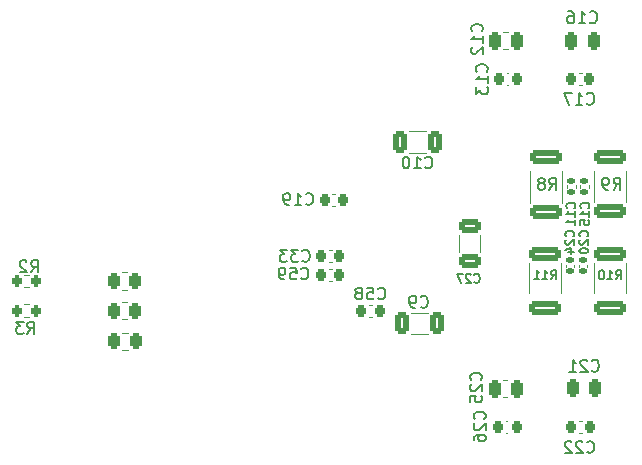
<source format=gbo>
G04 #@! TF.GenerationSoftware,KiCad,Pcbnew,(6.0.1)*
G04 #@! TF.CreationDate,2022-06-09T13:55:52-07:00*
G04 #@! TF.ProjectId,AudioAmpRev1_2,41756469-6f41-46d7-9052-6576315f322e,1.2*
G04 #@! TF.SameCoordinates,Original*
G04 #@! TF.FileFunction,Legend,Bot*
G04 #@! TF.FilePolarity,Positive*
%FSLAX46Y46*%
G04 Gerber Fmt 4.6, Leading zero omitted, Abs format (unit mm)*
G04 Created by KiCad (PCBNEW (6.0.1)) date 2022-06-09 13:55:52*
%MOMM*%
%LPD*%
G01*
G04 APERTURE LIST*
G04 Aperture macros list*
%AMRoundRect*
0 Rectangle with rounded corners*
0 $1 Rounding radius*
0 $2 $3 $4 $5 $6 $7 $8 $9 X,Y pos of 4 corners*
0 Add a 4 corners polygon primitive as box body*
4,1,4,$2,$3,$4,$5,$6,$7,$8,$9,$2,$3,0*
0 Add four circle primitives for the rounded corners*
1,1,$1+$1,$2,$3*
1,1,$1+$1,$4,$5*
1,1,$1+$1,$6,$7*
1,1,$1+$1,$8,$9*
0 Add four rect primitives between the rounded corners*
20,1,$1+$1,$2,$3,$4,$5,0*
20,1,$1+$1,$4,$5,$6,$7,0*
20,1,$1+$1,$6,$7,$8,$9,0*
20,1,$1+$1,$8,$9,$2,$3,0*%
G04 Aperture macros list end*
%ADD10C,0.150000*%
%ADD11C,0.120000*%
%ADD12R,4.550000X5.500000*%
%ADD13R,4.550000X5.300000*%
%ADD14C,1.600000*%
%ADD15R,2.000000X2.000000*%
%ADD16C,2.000000*%
%ADD17R,1.700000X1.700000*%
%ADD18O,1.700000X1.700000*%
%ADD19C,0.508000*%
%ADD20C,2.500000*%
%ADD21C,1.498600*%
%ADD22RoundRect,0.250000X0.250000X0.475000X-0.250000X0.475000X-0.250000X-0.475000X0.250000X-0.475000X0*%
%ADD23RoundRect,0.225000X0.225000X0.250000X-0.225000X0.250000X-0.225000X-0.250000X0.225000X-0.250000X0*%
%ADD24RoundRect,0.250000X-0.250000X-0.475000X0.250000X-0.475000X0.250000X0.475000X-0.250000X0.475000X0*%
%ADD25RoundRect,0.250000X1.075000X-0.362500X1.075000X0.362500X-1.075000X0.362500X-1.075000X-0.362500X0*%
%ADD26RoundRect,0.250000X0.325000X0.650000X-0.325000X0.650000X-0.325000X-0.650000X0.325000X-0.650000X0*%
%ADD27RoundRect,0.200000X0.200000X0.275000X-0.200000X0.275000X-0.200000X-0.275000X0.200000X-0.275000X0*%
%ADD28RoundRect,0.140000X0.170000X-0.140000X0.170000X0.140000X-0.170000X0.140000X-0.170000X-0.140000X0*%
%ADD29RoundRect,0.250000X-0.262500X-0.450000X0.262500X-0.450000X0.262500X0.450000X-0.262500X0.450000X0*%
%ADD30RoundRect,0.250000X0.650000X-0.325000X0.650000X0.325000X-0.650000X0.325000X-0.650000X-0.325000X0*%
%ADD31RoundRect,0.225000X-0.225000X-0.250000X0.225000X-0.250000X0.225000X0.250000X-0.225000X0.250000X0*%
%ADD32RoundRect,0.140000X-0.170000X0.140000X-0.170000X-0.140000X0.170000X-0.140000X0.170000X0.140000X0*%
%ADD33RoundRect,0.250000X-1.075000X0.362500X-1.075000X-0.362500X1.075000X-0.362500X1.075000X0.362500X0*%
G04 APERTURE END LIST*
D10*
X138057142Y-114757142D02*
X138104761Y-114709523D01*
X138152380Y-114566666D01*
X138152380Y-114471428D01*
X138104761Y-114328571D01*
X138009523Y-114233333D01*
X137914285Y-114185714D01*
X137723809Y-114138095D01*
X137580952Y-114138095D01*
X137390476Y-114185714D01*
X137295238Y-114233333D01*
X137200000Y-114328571D01*
X137152380Y-114471428D01*
X137152380Y-114566666D01*
X137200000Y-114709523D01*
X137247619Y-114757142D01*
X137247619Y-115138095D02*
X137200000Y-115185714D01*
X137152380Y-115280952D01*
X137152380Y-115519047D01*
X137200000Y-115614285D01*
X137247619Y-115661904D01*
X137342857Y-115709523D01*
X137438095Y-115709523D01*
X137580952Y-115661904D01*
X138152380Y-115090476D01*
X138152380Y-115709523D01*
X137152380Y-116614285D02*
X137152380Y-116138095D01*
X137628571Y-116090476D01*
X137580952Y-116138095D01*
X137533333Y-116233333D01*
X137533333Y-116471428D01*
X137580952Y-116566666D01*
X137628571Y-116614285D01*
X137723809Y-116661904D01*
X137961904Y-116661904D01*
X138057142Y-116614285D01*
X138104761Y-116566666D01*
X138152380Y-116471428D01*
X138152380Y-116233333D01*
X138104761Y-116138095D01*
X138057142Y-116090476D01*
X138357142Y-118057142D02*
X138404761Y-118009523D01*
X138452380Y-117866666D01*
X138452380Y-117771428D01*
X138404761Y-117628571D01*
X138309523Y-117533333D01*
X138214285Y-117485714D01*
X138023809Y-117438095D01*
X137880952Y-117438095D01*
X137690476Y-117485714D01*
X137595238Y-117533333D01*
X137500000Y-117628571D01*
X137452380Y-117771428D01*
X137452380Y-117866666D01*
X137500000Y-118009523D01*
X137547619Y-118057142D01*
X137547619Y-118438095D02*
X137500000Y-118485714D01*
X137452380Y-118580952D01*
X137452380Y-118819047D01*
X137500000Y-118914285D01*
X137547619Y-118961904D01*
X137642857Y-119009523D01*
X137738095Y-119009523D01*
X137880952Y-118961904D01*
X138452380Y-118390476D01*
X138452380Y-119009523D01*
X137452380Y-119866666D02*
X137452380Y-119676190D01*
X137500000Y-119580952D01*
X137547619Y-119533333D01*
X137690476Y-119438095D01*
X137880952Y-119390476D01*
X138261904Y-119390476D01*
X138357142Y-119438095D01*
X138404761Y-119485714D01*
X138452380Y-119580952D01*
X138452380Y-119771428D01*
X138404761Y-119866666D01*
X138357142Y-119914285D01*
X138261904Y-119961904D01*
X138023809Y-119961904D01*
X137928571Y-119914285D01*
X137880952Y-119866666D01*
X137833333Y-119771428D01*
X137833333Y-119580952D01*
X137880952Y-119485714D01*
X137928571Y-119438095D01*
X138023809Y-119390476D01*
X147442857Y-113957142D02*
X147490476Y-114004761D01*
X147633333Y-114052380D01*
X147728571Y-114052380D01*
X147871428Y-114004761D01*
X147966666Y-113909523D01*
X148014285Y-113814285D01*
X148061904Y-113623809D01*
X148061904Y-113480952D01*
X148014285Y-113290476D01*
X147966666Y-113195238D01*
X147871428Y-113100000D01*
X147728571Y-113052380D01*
X147633333Y-113052380D01*
X147490476Y-113100000D01*
X147442857Y-113147619D01*
X147061904Y-113147619D02*
X147014285Y-113100000D01*
X146919047Y-113052380D01*
X146680952Y-113052380D01*
X146585714Y-113100000D01*
X146538095Y-113147619D01*
X146490476Y-113242857D01*
X146490476Y-113338095D01*
X146538095Y-113480952D01*
X147109523Y-114052380D01*
X146490476Y-114052380D01*
X145538095Y-114052380D02*
X146109523Y-114052380D01*
X145823809Y-114052380D02*
X145823809Y-113052380D01*
X145919047Y-113195238D01*
X146014285Y-113290476D01*
X146109523Y-113338095D01*
X149482142Y-106239285D02*
X149732142Y-105882142D01*
X149910714Y-106239285D02*
X149910714Y-105489285D01*
X149625000Y-105489285D01*
X149553571Y-105525000D01*
X149517857Y-105560714D01*
X149482142Y-105632142D01*
X149482142Y-105739285D01*
X149517857Y-105810714D01*
X149553571Y-105846428D01*
X149625000Y-105882142D01*
X149910714Y-105882142D01*
X148767857Y-106239285D02*
X149196428Y-106239285D01*
X148982142Y-106239285D02*
X148982142Y-105489285D01*
X149053571Y-105596428D01*
X149125000Y-105667857D01*
X149196428Y-105703571D01*
X148303571Y-105489285D02*
X148232142Y-105489285D01*
X148160714Y-105525000D01*
X148125000Y-105560714D01*
X148089285Y-105632142D01*
X148053571Y-105775000D01*
X148053571Y-105953571D01*
X148089285Y-106096428D01*
X148125000Y-106167857D01*
X148160714Y-106203571D01*
X148232142Y-106239285D01*
X148303571Y-106239285D01*
X148375000Y-106203571D01*
X148410714Y-106167857D01*
X148446428Y-106096428D01*
X148482142Y-105953571D01*
X148482142Y-105775000D01*
X148446428Y-105632142D01*
X148410714Y-105560714D01*
X148375000Y-105525000D01*
X148303571Y-105489285D01*
X133342857Y-96757142D02*
X133390476Y-96804761D01*
X133533333Y-96852380D01*
X133628571Y-96852380D01*
X133771428Y-96804761D01*
X133866666Y-96709523D01*
X133914285Y-96614285D01*
X133961904Y-96423809D01*
X133961904Y-96280952D01*
X133914285Y-96090476D01*
X133866666Y-95995238D01*
X133771428Y-95900000D01*
X133628571Y-95852380D01*
X133533333Y-95852380D01*
X133390476Y-95900000D01*
X133342857Y-95947619D01*
X132390476Y-96852380D02*
X132961904Y-96852380D01*
X132676190Y-96852380D02*
X132676190Y-95852380D01*
X132771428Y-95995238D01*
X132866666Y-96090476D01*
X132961904Y-96138095D01*
X131771428Y-95852380D02*
X131676190Y-95852380D01*
X131580952Y-95900000D01*
X131533333Y-95947619D01*
X131485714Y-96042857D01*
X131438095Y-96233333D01*
X131438095Y-96471428D01*
X131485714Y-96661904D01*
X131533333Y-96757142D01*
X131580952Y-96804761D01*
X131676190Y-96852380D01*
X131771428Y-96852380D01*
X131866666Y-96804761D01*
X131914285Y-96757142D01*
X131961904Y-96661904D01*
X132009523Y-96471428D01*
X132009523Y-96233333D01*
X131961904Y-96042857D01*
X131914285Y-95947619D01*
X131866666Y-95900000D01*
X131771428Y-95852380D01*
X99666666Y-110852380D02*
X100000000Y-110376190D01*
X100238095Y-110852380D02*
X100238095Y-109852380D01*
X99857142Y-109852380D01*
X99761904Y-109900000D01*
X99714285Y-109947619D01*
X99666666Y-110042857D01*
X99666666Y-110185714D01*
X99714285Y-110280952D01*
X99761904Y-110328571D01*
X99857142Y-110376190D01*
X100238095Y-110376190D01*
X99333333Y-109852380D02*
X98714285Y-109852380D01*
X99047619Y-110233333D01*
X98904761Y-110233333D01*
X98809523Y-110280952D01*
X98761904Y-110328571D01*
X98714285Y-110423809D01*
X98714285Y-110661904D01*
X98761904Y-110757142D01*
X98809523Y-110804761D01*
X98904761Y-110852380D01*
X99190476Y-110852380D01*
X99285714Y-110804761D01*
X99333333Y-110757142D01*
X147067857Y-102617857D02*
X147103571Y-102582142D01*
X147139285Y-102475000D01*
X147139285Y-102403571D01*
X147103571Y-102296428D01*
X147032142Y-102225000D01*
X146960714Y-102189285D01*
X146817857Y-102153571D01*
X146710714Y-102153571D01*
X146567857Y-102189285D01*
X146496428Y-102225000D01*
X146425000Y-102296428D01*
X146389285Y-102403571D01*
X146389285Y-102475000D01*
X146425000Y-102582142D01*
X146460714Y-102617857D01*
X146460714Y-102903571D02*
X146425000Y-102939285D01*
X146389285Y-103010714D01*
X146389285Y-103189285D01*
X146425000Y-103260714D01*
X146460714Y-103296428D01*
X146532142Y-103332142D01*
X146603571Y-103332142D01*
X146710714Y-103296428D01*
X147139285Y-102867857D01*
X147139285Y-103332142D01*
X146389285Y-103796428D02*
X146389285Y-103867857D01*
X146425000Y-103939285D01*
X146460714Y-103975000D01*
X146532142Y-104010714D01*
X146675000Y-104046428D01*
X146853571Y-104046428D01*
X146996428Y-104010714D01*
X147067857Y-103975000D01*
X147103571Y-103939285D01*
X147139285Y-103867857D01*
X147139285Y-103796428D01*
X147103571Y-103725000D01*
X147067857Y-103689285D01*
X146996428Y-103653571D01*
X146853571Y-103617857D01*
X146675000Y-103617857D01*
X146532142Y-103653571D01*
X146460714Y-103689285D01*
X146425000Y-103725000D01*
X146389285Y-103796428D01*
X129342857Y-107857142D02*
X129390476Y-107904761D01*
X129533333Y-107952380D01*
X129628571Y-107952380D01*
X129771428Y-107904761D01*
X129866666Y-107809523D01*
X129914285Y-107714285D01*
X129961904Y-107523809D01*
X129961904Y-107380952D01*
X129914285Y-107190476D01*
X129866666Y-107095238D01*
X129771428Y-107000000D01*
X129628571Y-106952380D01*
X129533333Y-106952380D01*
X129390476Y-107000000D01*
X129342857Y-107047619D01*
X128438095Y-106952380D02*
X128914285Y-106952380D01*
X128961904Y-107428571D01*
X128914285Y-107380952D01*
X128819047Y-107333333D01*
X128580952Y-107333333D01*
X128485714Y-107380952D01*
X128438095Y-107428571D01*
X128390476Y-107523809D01*
X128390476Y-107761904D01*
X128438095Y-107857142D01*
X128485714Y-107904761D01*
X128580952Y-107952380D01*
X128819047Y-107952380D01*
X128914285Y-107904761D01*
X128961904Y-107857142D01*
X127819047Y-107380952D02*
X127914285Y-107333333D01*
X127961904Y-107285714D01*
X128009523Y-107190476D01*
X128009523Y-107142857D01*
X127961904Y-107047619D01*
X127914285Y-107000000D01*
X127819047Y-106952380D01*
X127628571Y-106952380D01*
X127533333Y-107000000D01*
X127485714Y-107047619D01*
X127438095Y-107142857D01*
X127438095Y-107190476D01*
X127485714Y-107285714D01*
X127533333Y-107333333D01*
X127628571Y-107380952D01*
X127819047Y-107380952D01*
X127914285Y-107428571D01*
X127961904Y-107476190D01*
X128009523Y-107571428D01*
X128009523Y-107761904D01*
X127961904Y-107857142D01*
X127914285Y-107904761D01*
X127819047Y-107952380D01*
X127628571Y-107952380D01*
X127533333Y-107904761D01*
X127485714Y-107857142D01*
X127438095Y-107761904D01*
X127438095Y-107571428D01*
X127485714Y-107476190D01*
X127533333Y-107428571D01*
X127628571Y-107380952D01*
X137482142Y-106467857D02*
X137517857Y-106503571D01*
X137625000Y-106539285D01*
X137696428Y-106539285D01*
X137803571Y-106503571D01*
X137875000Y-106432142D01*
X137910714Y-106360714D01*
X137946428Y-106217857D01*
X137946428Y-106110714D01*
X137910714Y-105967857D01*
X137875000Y-105896428D01*
X137803571Y-105825000D01*
X137696428Y-105789285D01*
X137625000Y-105789285D01*
X137517857Y-105825000D01*
X137482142Y-105860714D01*
X137196428Y-105860714D02*
X137160714Y-105825000D01*
X137089285Y-105789285D01*
X136910714Y-105789285D01*
X136839285Y-105825000D01*
X136803571Y-105860714D01*
X136767857Y-105932142D01*
X136767857Y-106003571D01*
X136803571Y-106110714D01*
X137232142Y-106539285D01*
X136767857Y-106539285D01*
X136517857Y-105789285D02*
X136017857Y-105789285D01*
X136339285Y-106539285D01*
X149286666Y-98642380D02*
X149620000Y-98166190D01*
X149858095Y-98642380D02*
X149858095Y-97642380D01*
X149477142Y-97642380D01*
X149381904Y-97690000D01*
X149334285Y-97737619D01*
X149286666Y-97832857D01*
X149286666Y-97975714D01*
X149334285Y-98070952D01*
X149381904Y-98118571D01*
X149477142Y-98166190D01*
X149858095Y-98166190D01*
X148810476Y-98642380D02*
X148620000Y-98642380D01*
X148524761Y-98594761D01*
X148477142Y-98547142D01*
X148381904Y-98404285D01*
X148334285Y-98213809D01*
X148334285Y-97832857D01*
X148381904Y-97737619D01*
X148429523Y-97690000D01*
X148524761Y-97642380D01*
X148715238Y-97642380D01*
X148810476Y-97690000D01*
X148858095Y-97737619D01*
X148905714Y-97832857D01*
X148905714Y-98070952D01*
X148858095Y-98166190D01*
X148810476Y-98213809D01*
X148715238Y-98261428D01*
X148524761Y-98261428D01*
X148429523Y-98213809D01*
X148381904Y-98166190D01*
X148334285Y-98070952D01*
X138542142Y-88657142D02*
X138589761Y-88609523D01*
X138637380Y-88466666D01*
X138637380Y-88371428D01*
X138589761Y-88228571D01*
X138494523Y-88133333D01*
X138399285Y-88085714D01*
X138208809Y-88038095D01*
X138065952Y-88038095D01*
X137875476Y-88085714D01*
X137780238Y-88133333D01*
X137685000Y-88228571D01*
X137637380Y-88371428D01*
X137637380Y-88466666D01*
X137685000Y-88609523D01*
X137732619Y-88657142D01*
X138637380Y-89609523D02*
X138637380Y-89038095D01*
X138637380Y-89323809D02*
X137637380Y-89323809D01*
X137780238Y-89228571D01*
X137875476Y-89133333D01*
X137923095Y-89038095D01*
X137637380Y-89942857D02*
X137637380Y-90561904D01*
X138018333Y-90228571D01*
X138018333Y-90371428D01*
X138065952Y-90466666D01*
X138113571Y-90514285D01*
X138208809Y-90561904D01*
X138446904Y-90561904D01*
X138542142Y-90514285D01*
X138589761Y-90466666D01*
X138637380Y-90371428D01*
X138637380Y-90085714D01*
X138589761Y-89990476D01*
X138542142Y-89942857D01*
X132966666Y-108557142D02*
X133014285Y-108604761D01*
X133157142Y-108652380D01*
X133252380Y-108652380D01*
X133395238Y-108604761D01*
X133490476Y-108509523D01*
X133538095Y-108414285D01*
X133585714Y-108223809D01*
X133585714Y-108080952D01*
X133538095Y-107890476D01*
X133490476Y-107795238D01*
X133395238Y-107700000D01*
X133252380Y-107652380D01*
X133157142Y-107652380D01*
X133014285Y-107700000D01*
X132966666Y-107747619D01*
X132490476Y-108652380D02*
X132300000Y-108652380D01*
X132204761Y-108604761D01*
X132157142Y-108557142D01*
X132061904Y-108414285D01*
X132014285Y-108223809D01*
X132014285Y-107842857D01*
X132061904Y-107747619D01*
X132109523Y-107700000D01*
X132204761Y-107652380D01*
X132395238Y-107652380D01*
X132490476Y-107700000D01*
X132538095Y-107747619D01*
X132585714Y-107842857D01*
X132585714Y-108080952D01*
X132538095Y-108176190D01*
X132490476Y-108223809D01*
X132395238Y-108271428D01*
X132204761Y-108271428D01*
X132109523Y-108223809D01*
X132061904Y-108176190D01*
X132014285Y-108080952D01*
X147027857Y-91357142D02*
X147075476Y-91404761D01*
X147218333Y-91452380D01*
X147313571Y-91452380D01*
X147456428Y-91404761D01*
X147551666Y-91309523D01*
X147599285Y-91214285D01*
X147646904Y-91023809D01*
X147646904Y-90880952D01*
X147599285Y-90690476D01*
X147551666Y-90595238D01*
X147456428Y-90500000D01*
X147313571Y-90452380D01*
X147218333Y-90452380D01*
X147075476Y-90500000D01*
X147027857Y-90547619D01*
X146075476Y-91452380D02*
X146646904Y-91452380D01*
X146361190Y-91452380D02*
X146361190Y-90452380D01*
X146456428Y-90595238D01*
X146551666Y-90690476D01*
X146646904Y-90738095D01*
X145742142Y-90452380D02*
X145075476Y-90452380D01*
X145504047Y-91452380D01*
X147282857Y-84457142D02*
X147330476Y-84504761D01*
X147473333Y-84552380D01*
X147568571Y-84552380D01*
X147711428Y-84504761D01*
X147806666Y-84409523D01*
X147854285Y-84314285D01*
X147901904Y-84123809D01*
X147901904Y-83980952D01*
X147854285Y-83790476D01*
X147806666Y-83695238D01*
X147711428Y-83600000D01*
X147568571Y-83552380D01*
X147473333Y-83552380D01*
X147330476Y-83600000D01*
X147282857Y-83647619D01*
X146330476Y-84552380D02*
X146901904Y-84552380D01*
X146616190Y-84552380D02*
X146616190Y-83552380D01*
X146711428Y-83695238D01*
X146806666Y-83790476D01*
X146901904Y-83838095D01*
X145473333Y-83552380D02*
X145663809Y-83552380D01*
X145759047Y-83600000D01*
X145806666Y-83647619D01*
X145901904Y-83790476D01*
X145949523Y-83980952D01*
X145949523Y-84361904D01*
X145901904Y-84457142D01*
X145854285Y-84504761D01*
X145759047Y-84552380D01*
X145568571Y-84552380D01*
X145473333Y-84504761D01*
X145425714Y-84457142D01*
X145378095Y-84361904D01*
X145378095Y-84123809D01*
X145425714Y-84028571D01*
X145473333Y-83980952D01*
X145568571Y-83933333D01*
X145759047Y-83933333D01*
X145854285Y-83980952D01*
X145901904Y-84028571D01*
X145949523Y-84123809D01*
X147042857Y-120857142D02*
X147090476Y-120904761D01*
X147233333Y-120952380D01*
X147328571Y-120952380D01*
X147471428Y-120904761D01*
X147566666Y-120809523D01*
X147614285Y-120714285D01*
X147661904Y-120523809D01*
X147661904Y-120380952D01*
X147614285Y-120190476D01*
X147566666Y-120095238D01*
X147471428Y-120000000D01*
X147328571Y-119952380D01*
X147233333Y-119952380D01*
X147090476Y-120000000D01*
X147042857Y-120047619D01*
X146661904Y-120047619D02*
X146614285Y-120000000D01*
X146519047Y-119952380D01*
X146280952Y-119952380D01*
X146185714Y-120000000D01*
X146138095Y-120047619D01*
X146090476Y-120142857D01*
X146090476Y-120238095D01*
X146138095Y-120380952D01*
X146709523Y-120952380D01*
X146090476Y-120952380D01*
X145709523Y-120047619D02*
X145661904Y-120000000D01*
X145566666Y-119952380D01*
X145328571Y-119952380D01*
X145233333Y-120000000D01*
X145185714Y-120047619D01*
X145138095Y-120142857D01*
X145138095Y-120238095D01*
X145185714Y-120380952D01*
X145757142Y-120952380D01*
X145138095Y-120952380D01*
X147167857Y-100217857D02*
X147203571Y-100182142D01*
X147239285Y-100075000D01*
X147239285Y-100003571D01*
X147203571Y-99896428D01*
X147132142Y-99825000D01*
X147060714Y-99789285D01*
X146917857Y-99753571D01*
X146810714Y-99753571D01*
X146667857Y-99789285D01*
X146596428Y-99825000D01*
X146525000Y-99896428D01*
X146489285Y-100003571D01*
X146489285Y-100075000D01*
X146525000Y-100182142D01*
X146560714Y-100217857D01*
X147239285Y-100932142D02*
X147239285Y-100503571D01*
X147239285Y-100717857D02*
X146489285Y-100717857D01*
X146596428Y-100646428D01*
X146667857Y-100575000D01*
X146703571Y-100503571D01*
X146489285Y-101610714D02*
X146489285Y-101253571D01*
X146846428Y-101217857D01*
X146810714Y-101253571D01*
X146775000Y-101325000D01*
X146775000Y-101503571D01*
X146810714Y-101575000D01*
X146846428Y-101610714D01*
X146917857Y-101646428D01*
X147096428Y-101646428D01*
X147167857Y-101610714D01*
X147203571Y-101575000D01*
X147239285Y-101503571D01*
X147239285Y-101325000D01*
X147203571Y-101253571D01*
X147167857Y-101217857D01*
X122842857Y-106157142D02*
X122890476Y-106204761D01*
X123033333Y-106252380D01*
X123128571Y-106252380D01*
X123271428Y-106204761D01*
X123366666Y-106109523D01*
X123414285Y-106014285D01*
X123461904Y-105823809D01*
X123461904Y-105680952D01*
X123414285Y-105490476D01*
X123366666Y-105395238D01*
X123271428Y-105300000D01*
X123128571Y-105252380D01*
X123033333Y-105252380D01*
X122890476Y-105300000D01*
X122842857Y-105347619D01*
X121938095Y-105252380D02*
X122414285Y-105252380D01*
X122461904Y-105728571D01*
X122414285Y-105680952D01*
X122319047Y-105633333D01*
X122080952Y-105633333D01*
X121985714Y-105680952D01*
X121938095Y-105728571D01*
X121890476Y-105823809D01*
X121890476Y-106061904D01*
X121938095Y-106157142D01*
X121985714Y-106204761D01*
X122080952Y-106252380D01*
X122319047Y-106252380D01*
X122414285Y-106204761D01*
X122461904Y-106157142D01*
X121414285Y-106252380D02*
X121223809Y-106252380D01*
X121128571Y-106204761D01*
X121080952Y-106157142D01*
X120985714Y-106014285D01*
X120938095Y-105823809D01*
X120938095Y-105442857D01*
X120985714Y-105347619D01*
X121033333Y-105300000D01*
X121128571Y-105252380D01*
X121319047Y-105252380D01*
X121414285Y-105300000D01*
X121461904Y-105347619D01*
X121509523Y-105442857D01*
X121509523Y-105680952D01*
X121461904Y-105776190D01*
X121414285Y-105823809D01*
X121319047Y-105871428D01*
X121128571Y-105871428D01*
X121033333Y-105823809D01*
X120985714Y-105776190D01*
X120938095Y-105680952D01*
X123242857Y-99857142D02*
X123290476Y-99904761D01*
X123433333Y-99952380D01*
X123528571Y-99952380D01*
X123671428Y-99904761D01*
X123766666Y-99809523D01*
X123814285Y-99714285D01*
X123861904Y-99523809D01*
X123861904Y-99380952D01*
X123814285Y-99190476D01*
X123766666Y-99095238D01*
X123671428Y-99000000D01*
X123528571Y-98952380D01*
X123433333Y-98952380D01*
X123290476Y-99000000D01*
X123242857Y-99047619D01*
X122290476Y-99952380D02*
X122861904Y-99952380D01*
X122576190Y-99952380D02*
X122576190Y-98952380D01*
X122671428Y-99095238D01*
X122766666Y-99190476D01*
X122861904Y-99238095D01*
X121814285Y-99952380D02*
X121623809Y-99952380D01*
X121528571Y-99904761D01*
X121480952Y-99857142D01*
X121385714Y-99714285D01*
X121338095Y-99523809D01*
X121338095Y-99142857D01*
X121385714Y-99047619D01*
X121433333Y-99000000D01*
X121528571Y-98952380D01*
X121719047Y-98952380D01*
X121814285Y-99000000D01*
X121861904Y-99047619D01*
X121909523Y-99142857D01*
X121909523Y-99380952D01*
X121861904Y-99476190D01*
X121814285Y-99523809D01*
X121719047Y-99571428D01*
X121528571Y-99571428D01*
X121433333Y-99523809D01*
X121385714Y-99476190D01*
X121338095Y-99380952D01*
X145867857Y-102617857D02*
X145903571Y-102582142D01*
X145939285Y-102475000D01*
X145939285Y-102403571D01*
X145903571Y-102296428D01*
X145832142Y-102225000D01*
X145760714Y-102189285D01*
X145617857Y-102153571D01*
X145510714Y-102153571D01*
X145367857Y-102189285D01*
X145296428Y-102225000D01*
X145225000Y-102296428D01*
X145189285Y-102403571D01*
X145189285Y-102475000D01*
X145225000Y-102582142D01*
X145260714Y-102617857D01*
X145260714Y-102903571D02*
X145225000Y-102939285D01*
X145189285Y-103010714D01*
X145189285Y-103189285D01*
X145225000Y-103260714D01*
X145260714Y-103296428D01*
X145332142Y-103332142D01*
X145403571Y-103332142D01*
X145510714Y-103296428D01*
X145939285Y-102867857D01*
X145939285Y-103332142D01*
X145439285Y-103975000D02*
X145939285Y-103975000D01*
X145153571Y-103796428D02*
X145689285Y-103617857D01*
X145689285Y-104082142D01*
X138147142Y-85257142D02*
X138194761Y-85209523D01*
X138242380Y-85066666D01*
X138242380Y-84971428D01*
X138194761Y-84828571D01*
X138099523Y-84733333D01*
X138004285Y-84685714D01*
X137813809Y-84638095D01*
X137670952Y-84638095D01*
X137480476Y-84685714D01*
X137385238Y-84733333D01*
X137290000Y-84828571D01*
X137242380Y-84971428D01*
X137242380Y-85066666D01*
X137290000Y-85209523D01*
X137337619Y-85257142D01*
X138242380Y-86209523D02*
X138242380Y-85638095D01*
X138242380Y-85923809D02*
X137242380Y-85923809D01*
X137385238Y-85828571D01*
X137480476Y-85733333D01*
X137528095Y-85638095D01*
X137337619Y-86590476D02*
X137290000Y-86638095D01*
X137242380Y-86733333D01*
X137242380Y-86971428D01*
X137290000Y-87066666D01*
X137337619Y-87114285D01*
X137432857Y-87161904D01*
X137528095Y-87161904D01*
X137670952Y-87114285D01*
X138242380Y-86542857D01*
X138242380Y-87161904D01*
X143846666Y-98682380D02*
X144180000Y-98206190D01*
X144418095Y-98682380D02*
X144418095Y-97682380D01*
X144037142Y-97682380D01*
X143941904Y-97730000D01*
X143894285Y-97777619D01*
X143846666Y-97872857D01*
X143846666Y-98015714D01*
X143894285Y-98110952D01*
X143941904Y-98158571D01*
X144037142Y-98206190D01*
X144418095Y-98206190D01*
X143275238Y-98110952D02*
X143370476Y-98063333D01*
X143418095Y-98015714D01*
X143465714Y-97920476D01*
X143465714Y-97872857D01*
X143418095Y-97777619D01*
X143370476Y-97730000D01*
X143275238Y-97682380D01*
X143084761Y-97682380D01*
X142989523Y-97730000D01*
X142941904Y-97777619D01*
X142894285Y-97872857D01*
X142894285Y-97920476D01*
X142941904Y-98015714D01*
X142989523Y-98063333D01*
X143084761Y-98110952D01*
X143275238Y-98110952D01*
X143370476Y-98158571D01*
X143418095Y-98206190D01*
X143465714Y-98301428D01*
X143465714Y-98491904D01*
X143418095Y-98587142D01*
X143370476Y-98634761D01*
X143275238Y-98682380D01*
X143084761Y-98682380D01*
X142989523Y-98634761D01*
X142941904Y-98587142D01*
X142894285Y-98491904D01*
X142894285Y-98301428D01*
X142941904Y-98206190D01*
X142989523Y-98158571D01*
X143084761Y-98110952D01*
X99966666Y-105652380D02*
X100300000Y-105176190D01*
X100538095Y-105652380D02*
X100538095Y-104652380D01*
X100157142Y-104652380D01*
X100061904Y-104700000D01*
X100014285Y-104747619D01*
X99966666Y-104842857D01*
X99966666Y-104985714D01*
X100014285Y-105080952D01*
X100061904Y-105128571D01*
X100157142Y-105176190D01*
X100538095Y-105176190D01*
X99585714Y-104747619D02*
X99538095Y-104700000D01*
X99442857Y-104652380D01*
X99204761Y-104652380D01*
X99109523Y-104700000D01*
X99061904Y-104747619D01*
X99014285Y-104842857D01*
X99014285Y-104938095D01*
X99061904Y-105080952D01*
X99633333Y-105652380D01*
X99014285Y-105652380D01*
X143982142Y-106239285D02*
X144232142Y-105882142D01*
X144410714Y-106239285D02*
X144410714Y-105489285D01*
X144125000Y-105489285D01*
X144053571Y-105525000D01*
X144017857Y-105560714D01*
X143982142Y-105632142D01*
X143982142Y-105739285D01*
X144017857Y-105810714D01*
X144053571Y-105846428D01*
X144125000Y-105882142D01*
X144410714Y-105882142D01*
X143267857Y-106239285D02*
X143696428Y-106239285D01*
X143482142Y-106239285D02*
X143482142Y-105489285D01*
X143553571Y-105596428D01*
X143625000Y-105667857D01*
X143696428Y-105703571D01*
X142553571Y-106239285D02*
X142982142Y-106239285D01*
X142767857Y-106239285D02*
X142767857Y-105489285D01*
X142839285Y-105596428D01*
X142910714Y-105667857D01*
X142982142Y-105703571D01*
X122942857Y-104657142D02*
X122990476Y-104704761D01*
X123133333Y-104752380D01*
X123228571Y-104752380D01*
X123371428Y-104704761D01*
X123466666Y-104609523D01*
X123514285Y-104514285D01*
X123561904Y-104323809D01*
X123561904Y-104180952D01*
X123514285Y-103990476D01*
X123466666Y-103895238D01*
X123371428Y-103800000D01*
X123228571Y-103752380D01*
X123133333Y-103752380D01*
X122990476Y-103800000D01*
X122942857Y-103847619D01*
X122609523Y-103752380D02*
X121990476Y-103752380D01*
X122323809Y-104133333D01*
X122180952Y-104133333D01*
X122085714Y-104180952D01*
X122038095Y-104228571D01*
X121990476Y-104323809D01*
X121990476Y-104561904D01*
X122038095Y-104657142D01*
X122085714Y-104704761D01*
X122180952Y-104752380D01*
X122466666Y-104752380D01*
X122561904Y-104704761D01*
X122609523Y-104657142D01*
X121657142Y-103752380D02*
X121038095Y-103752380D01*
X121371428Y-104133333D01*
X121228571Y-104133333D01*
X121133333Y-104180952D01*
X121085714Y-104228571D01*
X121038095Y-104323809D01*
X121038095Y-104561904D01*
X121085714Y-104657142D01*
X121133333Y-104704761D01*
X121228571Y-104752380D01*
X121514285Y-104752380D01*
X121609523Y-104704761D01*
X121657142Y-104657142D01*
X145967857Y-100217857D02*
X146003571Y-100182142D01*
X146039285Y-100075000D01*
X146039285Y-100003571D01*
X146003571Y-99896428D01*
X145932142Y-99825000D01*
X145860714Y-99789285D01*
X145717857Y-99753571D01*
X145610714Y-99753571D01*
X145467857Y-99789285D01*
X145396428Y-99825000D01*
X145325000Y-99896428D01*
X145289285Y-100003571D01*
X145289285Y-100075000D01*
X145325000Y-100182142D01*
X145360714Y-100217857D01*
X146039285Y-100932142D02*
X146039285Y-100503571D01*
X146039285Y-100717857D02*
X145289285Y-100717857D01*
X145396428Y-100646428D01*
X145467857Y-100575000D01*
X145503571Y-100503571D01*
X146039285Y-101646428D02*
X146039285Y-101217857D01*
X146039285Y-101432142D02*
X145289285Y-101432142D01*
X145396428Y-101360714D01*
X145467857Y-101289285D01*
X145503571Y-101217857D01*
D11*
X140461252Y-114765000D02*
X139938748Y-114765000D01*
X140461252Y-116235000D02*
X139938748Y-116235000D01*
X140440580Y-118210000D02*
X140159420Y-118210000D01*
X140440580Y-119230000D02*
X140159420Y-119230000D01*
X147640000Y-107927064D02*
X147640000Y-104872936D01*
X150360000Y-107927064D02*
X150360000Y-104872936D01*
X133411252Y-93690000D02*
X131988748Y-93690000D01*
X133411252Y-95510000D02*
X131988748Y-95510000D01*
X99837258Y-109422500D02*
X99362742Y-109422500D01*
X99837258Y-108377500D02*
X99362742Y-108377500D01*
X146340000Y-105207836D02*
X146340000Y-104992164D01*
X147060000Y-105207836D02*
X147060000Y-104992164D01*
X107672936Y-105665000D02*
X108127064Y-105665000D01*
X107672936Y-107135000D02*
X108127064Y-107135000D01*
X128840580Y-108390000D02*
X128559420Y-108390000D01*
X128840580Y-109410000D02*
X128559420Y-109410000D01*
X136190000Y-103911252D02*
X136190000Y-102488748D01*
X138010000Y-103911252D02*
X138010000Y-102488748D01*
X150380000Y-99717064D02*
X150380000Y-96662936D01*
X147660000Y-99717064D02*
X147660000Y-96662936D01*
X140234420Y-88770000D02*
X140515580Y-88770000D01*
X140234420Y-89790000D02*
X140515580Y-89790000D01*
X107685436Y-112235000D02*
X108139564Y-112235000D01*
X107685436Y-110765000D02*
X108139564Y-110765000D01*
X133541252Y-110892752D02*
X132118748Y-110892752D01*
X133541252Y-109072752D02*
X132118748Y-109072752D01*
X146615580Y-89790000D02*
X146334420Y-89790000D01*
X146615580Y-88770000D02*
X146334420Y-88770000D01*
X107672936Y-109635000D02*
X108127064Y-109635000D01*
X107672936Y-108165000D02*
X108127064Y-108165000D01*
X146359420Y-118210000D02*
X146640580Y-118210000D01*
X146359420Y-119230000D02*
X146640580Y-119230000D01*
X147180000Y-98497836D02*
X147180000Y-98282164D01*
X146460000Y-98497836D02*
X146460000Y-98282164D01*
X125159420Y-105390000D02*
X125440580Y-105390000D01*
X125159420Y-106410000D02*
X125440580Y-106410000D01*
X125459420Y-98990000D02*
X125740580Y-98990000D01*
X125459420Y-100010000D02*
X125740580Y-100010000D01*
X145240000Y-104992164D02*
X145240000Y-105207836D01*
X145960000Y-104992164D02*
X145960000Y-105207836D01*
X139938748Y-86785000D02*
X140461252Y-86785000D01*
X139938748Y-85315000D02*
X140461252Y-85315000D01*
X142220000Y-96702936D02*
X142220000Y-99757064D01*
X144940000Y-96702936D02*
X144940000Y-99757064D01*
X99837258Y-106922500D02*
X99362742Y-106922500D01*
X99837258Y-105877500D02*
X99362742Y-105877500D01*
X144860000Y-104872936D02*
X144860000Y-107927064D01*
X142140000Y-104872936D02*
X142140000Y-107927064D01*
X125159420Y-104810000D02*
X125440580Y-104810000D01*
X125159420Y-103790000D02*
X125440580Y-103790000D01*
X145360000Y-98282164D02*
X145360000Y-98497836D01*
X146080000Y-98282164D02*
X146080000Y-98497836D01*
%LPC*%
D12*
X149125000Y-110170000D03*
D13*
X149125000Y-117170000D03*
X142675000Y-117170000D03*
D12*
X142675000Y-110170000D03*
X142695000Y-94340000D03*
D13*
X142695000Y-87340000D03*
X149145000Y-87340000D03*
D12*
X149145000Y-94340000D03*
D14*
X143400000Y-82300000D03*
X148400000Y-82300000D03*
X116200000Y-114600000D03*
X121200000Y-114600000D03*
D15*
X134167677Y-127200000D03*
D16*
X129167677Y-127200000D03*
D17*
X151630000Y-82475000D03*
D18*
X151630000Y-79935000D03*
D15*
X130489223Y-87957000D03*
D16*
X135489223Y-87957000D03*
D17*
X144100000Y-69100000D03*
D18*
X144100000Y-71640000D03*
X141560000Y-69100000D03*
X141560000Y-71640000D03*
X139020000Y-69100000D03*
X139020000Y-71640000D03*
D17*
X151700000Y-124475000D03*
D18*
X151700000Y-121935000D03*
D19*
X133305500Y-105008400D03*
X134880300Y-105008400D03*
X134880300Y-98709200D03*
X132518100Y-105795800D03*
X134092900Y-102646200D03*
X130943300Y-101071400D03*
X130155900Y-98709200D03*
X132518100Y-102646200D03*
X128581100Y-100284000D03*
X127793700Y-102646200D03*
X134880300Y-101858800D03*
X130155900Y-103433600D03*
X127793700Y-99496600D03*
X130943300Y-104221000D03*
X131730700Y-101858800D03*
X134092900Y-99496600D03*
X134092900Y-104221000D03*
X129368500Y-99496600D03*
X129368500Y-101071400D03*
X130155900Y-101858800D03*
X130943300Y-99496600D03*
X132518100Y-99496600D03*
X133305500Y-98709200D03*
X130943300Y-102646200D03*
X131730700Y-100284000D03*
X130155900Y-100284000D03*
X133305500Y-103433600D03*
X128581100Y-105008400D03*
X133305500Y-100284000D03*
X129368500Y-104221000D03*
X131730700Y-105008400D03*
X134092900Y-101071400D03*
X132518100Y-101071400D03*
X131730700Y-98709200D03*
X128581100Y-101858800D03*
X129368500Y-105795800D03*
X130943300Y-105795800D03*
X130155900Y-105008400D03*
X134880300Y-100284000D03*
X132518100Y-104221000D03*
X127793700Y-101071400D03*
X128581100Y-103433600D03*
X127793700Y-104221000D03*
X131730700Y-103433600D03*
X134092900Y-105795800D03*
X134880300Y-103433600D03*
X128581100Y-98709200D03*
X127793700Y-105795800D03*
X129368500Y-102646200D03*
X133305500Y-101858800D03*
D17*
X116825000Y-120525000D03*
D18*
X114285000Y-120525000D03*
X111745000Y-120525000D03*
D17*
X106900000Y-101400000D03*
D18*
X106900000Y-98860000D03*
D14*
X148100000Y-122200000D03*
X143100000Y-122200000D03*
D20*
X148200000Y-129000000D03*
D15*
X134167677Y-116400000D03*
D16*
X129167677Y-116400000D03*
D21*
X102800000Y-101400000D03*
X101000000Y-99500000D03*
X99200000Y-101400000D03*
D15*
X130489223Y-77257000D03*
D16*
X135489223Y-77257000D03*
D14*
X116200000Y-110500000D03*
X121200000Y-110500000D03*
D20*
X100000000Y-71000000D03*
X150200000Y-71000000D03*
D17*
X102425000Y-106375000D03*
D18*
X104965000Y-106375000D03*
X102425000Y-108915000D03*
X104965000Y-108915000D03*
X102425000Y-111455000D03*
X104965000Y-111455000D03*
D20*
X100000000Y-128500000D03*
D22*
X141150000Y-115500000D03*
X139250000Y-115500000D03*
D23*
X141075000Y-118720000D03*
X139525000Y-118720000D03*
D24*
X145850000Y-115480000D03*
X147750000Y-115480000D03*
D25*
X149000000Y-108712500D03*
X149000000Y-104087500D03*
D26*
X134175000Y-94600000D03*
X131225000Y-94600000D03*
D27*
X100425000Y-108900000D03*
X98775000Y-108900000D03*
D28*
X146700000Y-105580000D03*
X146700000Y-104620000D03*
D29*
X106987500Y-106400000D03*
X108812500Y-106400000D03*
D23*
X129475000Y-108900000D03*
X127925000Y-108900000D03*
D30*
X137100000Y-104675000D03*
X137100000Y-101725000D03*
D25*
X149020000Y-100502500D03*
X149020000Y-95877500D03*
D31*
X139600000Y-89280000D03*
X141150000Y-89280000D03*
D29*
X107000000Y-111500000D03*
X108825000Y-111500000D03*
D26*
X134305000Y-109982752D03*
X131355000Y-109982752D03*
D23*
X147250000Y-89280000D03*
X145700000Y-89280000D03*
D22*
X147600000Y-86050000D03*
X145700000Y-86050000D03*
D29*
X106987500Y-108900000D03*
X108812500Y-108900000D03*
D31*
X145725000Y-118720000D03*
X147275000Y-118720000D03*
D28*
X146820000Y-98870000D03*
X146820000Y-97910000D03*
D31*
X124525000Y-105900000D03*
X126075000Y-105900000D03*
X124825000Y-99500000D03*
X126375000Y-99500000D03*
D32*
X145600000Y-104620000D03*
X145600000Y-105580000D03*
D24*
X139250000Y-86050000D03*
X141150000Y-86050000D03*
D33*
X143580000Y-95917500D03*
X143580000Y-100542500D03*
D27*
X100425000Y-106400000D03*
X98775000Y-106400000D03*
D33*
X143500000Y-104087500D03*
X143500000Y-108712500D03*
D31*
X124525000Y-104300000D03*
X126075000Y-104300000D03*
D32*
X145720000Y-97910000D03*
X145720000Y-98870000D03*
M02*

</source>
